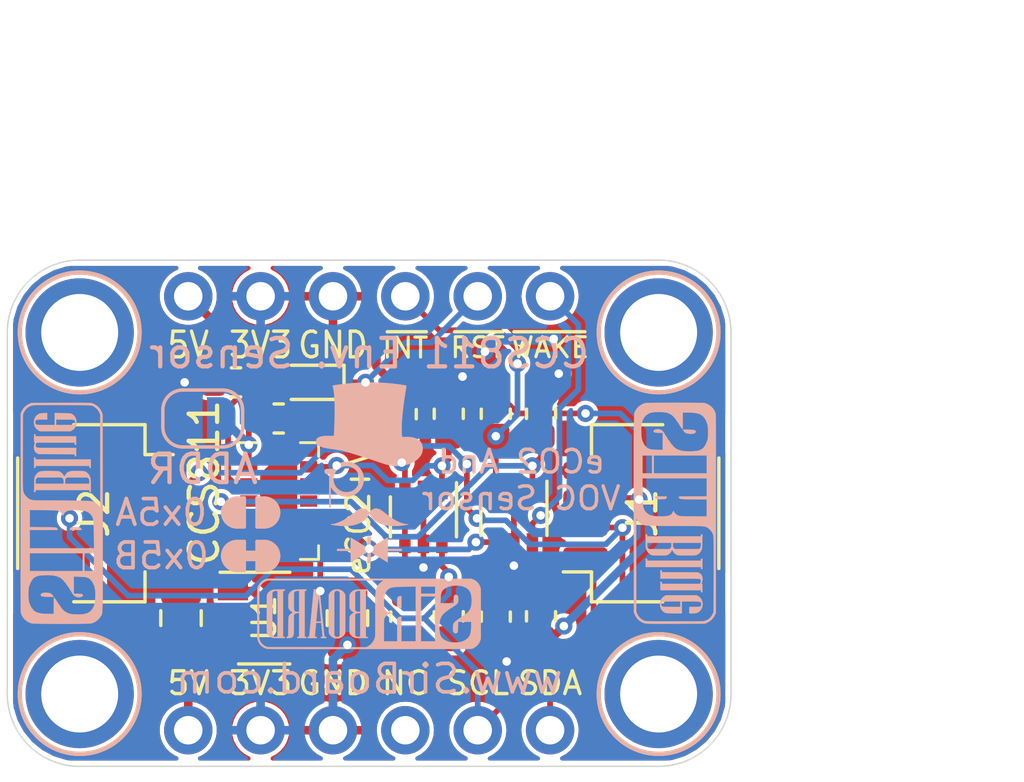
<source format=kicad_pcb>
(kicad_pcb (version 20171130) (host pcbnew "(5.1.2)-2")
  (title_block (title "CCS811 Breakout with 5V Level Shift") (date 2020-01-21) (rev 2) (company SirBoard) (comment 1 "TVOC Range = 0ppb - 64000ppb ") (comment 2 "eCO2 Range = 400ppm - 64000ppm ") (comment 3 "Digital eCO2 and VOC Sensor") (comment 4 "CCS811 - SirBlue"))
  (layers (0 F.Cu signal) (31 B.Cu signal) (34 B.Paste user hide) (35 F.Paste user hide) (36 B.SilkS user) (37 F.SilkS user) (38 B.Mask user hide) (39 F.Mask user hide) (44 Edge.Cuts user))
  (net 0 "")
  (net 1 GND)
  (net 2 5V)
  (net 3 3V3)
  (net 4 "Net-(U1-Pad4)")
  (net 5 SCL_5V)
  (net 6 SDA_3V3)
  (net 7 SDA_5V)
  (net 8 SCL_3V3)
  (net 9 NC)
  (net 10 "#RESET_5V")
  (net 11 "#RESET_3V3")
  (net 12 "#WAKE_3V3")
  (net 13 "#INT_3V3")
  (net 14 "Net-(JP1-Pad1)")
  (net 15 "#INT_5V")
  (net 16 "#WAKE_5V")
  (net 17 "Net-(U2-Pad8)")
  (net 18 "Net-(U2-Pad4)")
  (module Package_LGA:AMS_LGA-10-1EP_2.7x4mm_P0.6mm (layer F.Cu) (at 62.103 35.537)
    (fp_text reference U2 hide)
    (fp_text value CCS811)
    (pad 8 smd rect (at 1.05 0) (size 0.6 0.4) (layers F.Cu F.Paste F.Mask) (net 17 "Net-(U2-Pad8)"))
    (pad 4 smd rect (at -1.05 0.6) (size 0.6 0.4) (layers F.Cu F.Paste F.Mask) (net 18 "Net-(U2-Pad4)"))
    (pad 3 smd rect (at -1.05 0) (size 0.6 0.4) (layers F.Cu F.Paste F.Mask) (net 13 "#INT_3V3"))
    (pad 2 smd rect (at -1.05 -0.6) (size 0.6 0.4) (layers F.Cu F.Paste F.Mask) (net 11 "#RESET_3V3"))
    (pad 1 smd rect (at -1.05 -1.2) (size 0.6 0.4) (layers F.Cu F.Paste F.Mask) (net 14 "Net-(JP1-Pad1)"))
    (pad 5 smd rect (at -1.05 1.2) (size 0.6 0.4) (layers F.Cu F.Paste F.Mask) (net 18 "Net-(U2-Pad4)"))
    (pad 9 smd rect (at 1.05 -0.6) (size 0.6 0.4) (layers F.Cu F.Paste F.Mask) (net 6 SDA_3V3))
    (pad 10 smd rect (at 1.05 -1.2) (size 0.6 0.4) (layers F.Cu F.Paste F.Mask) (net 8 SCL_3V3))
    (pad 7 smd rect (at 1.05 0.6) (size 0.6 0.4) (layers F.Cu F.Paste F.Mask) (net 12 "#WAKE_3V3"))
    (pad 6 smd rect (at 1.05 1.2) (size 0.6 0.4) (layers F.Cu F.Paste F.Mask) (net 3 3V3))
    (pad 11 smd rect (at 0 0.15) (size 1.3 2.2) (layers F.Cu F.Paste F.Mask) (net 1 GND))
    (pad 11 smd rect (at 0.15 -1.1) (size 1 0.3) (layers F.Cu F.Paste F.Mask) (net 1 GND))
    (pad 11 smd trapezoid (at 0 -1.1) (size 1 0.3) (rect_delta 0 0.3) (layers F.Cu F.Paste F.Mask) (net 1 GND))
  )
  (module Resistor_SMD:R_0603_1608Metric (layer F.Cu) (at 62.103 32.639)
    (fp_text reference R10 hide)
    (fp_text value 10K)
    (pad 2 smd roundrect (at 0.7875 0) (size 0.875 0.95) (layers F.Cu F.Paste F.Mask) (net 1 GND))
    (pad 1 smd roundrect (at -0.7875 0) (size 0.875 0.95) (layers F.Cu F.Paste F.Mask) (net 14 "Net-(JP1-Pad1)"))
  )
  (module Resistor_SMD:R_0603_1608Metric (layer F.Cu) (at 60.6045 31.369)
    (fp_text reference R9 hide)
    (fp_text value 10K)
    (pad 2 smd roundrect (at 0.7875 0) (size 0.875 0.95) (layers F.Cu F.Paste F.Mask) (net 11 "#RESET_3V3"))
    (pad 1 smd roundrect (at -0.7875 0) (size 0.875 0.95) (layers F.Cu F.Paste F.Mask) (net 3 3V3))
  )
  (module Jumper:SolderJumper-2_P1.3mm_Open_RoundedPad1.0x1.5mm (layer B.Cu) (at 59.436 32.639 180)
    (fp_text reference ADDR (at 0 -1.778) (layer B.SilkS) (effects (justify mirror)))
    (fp_text value SolderJumper_2_Open)
    (pad 2 smd custom (at 0.65 0 180) (size 1 0.5) (layers B.Cu B.Mask) (net 3 3V3) (options (clearance outline) (anchor rect)) (primitives (gr_circle (center 0 -0.25) (end 0.5 -0.25) (width 0)) (gr_circle (center 0 0.25) (end 0.5 0.25) (width 0)) (gr_poly (pts (xy 0 0.75) (xy -0.5 0.75) (xy -0.5 -0.75) (xy 0 -0.75)) (width 0))))
    (pad 1 smd custom (at -0.65 0 180) (size 1 0.5) (layers B.Cu B.Mask) (net 14 "Net-(JP1-Pad1)") (options (clearance outline) (anchor rect)) (primitives (gr_circle (center 0 -0.25) (end 0.5 -0.25) (width 0)) (gr_circle (center 0 0.25) (end 0.5 0.25) (width 0)) (gr_poly (pts (xy 0 0.75) (xy 0.5 0.75) (xy 0.5 -0.75) (xy 0 -0.75)) (width 0))))
  )
  (module Diode_SMD:D_SOD-523 (layer F.Cu) (at 63.246 31.369 180)
    (fp_text reference D1 hide)
    (fp_text value D)
    (pad 1 smd rect (at -0.7 0) (size 0.6 0.7) (layers F.Cu F.Paste F.Mask) (net 10 "#RESET_5V"))
    (pad 2 smd rect (at 0.7 0) (size 0.6 0.7) (layers F.Cu F.Paste F.Mask) (net 11 "#RESET_3V3"))
  )
  (module logo:SirBoard79x25 (layer B.Cu) (at 65.278 39.497 180)
    (fp_text reference G*** hide)
    (fp_text value LOGO hide)
  )
  (module logo:logo63x89 (layer B.Cu) (at 65.278 34.544 180)
    (fp_text reference G*** hide)
    (fp_text value LOGO hide)
  )
  (module logo:SirBlue78x29 (layer B.Cu) (at 76.0095 35.9664 270)
    (fp_text reference G*** hide)
    (fp_text value LOGO hide)
  )
  (module logo:SirBlue78x29 (layer B.Cu) (at 54.483 35.9664 90)
    (fp_text reference G*** hide)
    (fp_text value LOGO hide)
  )
  (module Connector_PinHeader_2.54mm:PinHeader_1x06_P2.54mm_Vertical (layer B.Cu) (at 58.928 28.3464 270)
    (fp_text reference J4 hide)
    (fp_text value Conn_01x06)
    (pad 6 thru_hole oval (at 0 -12.7 270) (size 1.7 1.7) (drill 1) (layers *.Cu *.Mask) (net 15 "#INT_5V"))
    (pad 5 thru_hole oval (at 0 -10.16 270) (size 1.7 1.7) (drill 1) (layers *.Cu *.Mask) (net 10 "#RESET_5V"))
    (pad 4 thru_hole oval (at 0 -7.62 270) (size 1.7 1.7) (drill 1) (layers *.Cu *.Mask) (net 16 "#WAKE_5V"))
    (pad 3 thru_hole oval (at 0 -5.08 270) (size 1.7 1.7) (drill 1) (layers *.Cu *.Mask) (net 1 GND))
    (pad 2 thru_hole oval (at 0 -2.54 270) (size 1.7 1.7) (drill 1) (layers *.Cu *.Mask) (net 3 3V3))
    (pad 1 thru_hole circle (at 0 0 270) (size 1.7 1.7) (drill 1) (layers *.Cu *.Mask) (net 2 5V))
  )
  (module Connector_PinHeader_2.54mm:PinHeader_1x06_P2.54mm_Vertical (layer B.Cu) (at 58.928 43.5864 270)
    (fp_text reference J3 hide)
    (fp_text value Conn_01x06)
    (pad 6 thru_hole oval (at 0 -12.7 270) (size 1.7 1.7) (drill 1) (layers *.Cu *.Mask) (net 7 SDA_5V))
    (pad 5 thru_hole oval (at 0 -10.16 270) (size 1.7 1.7) (drill 1) (layers *.Cu *.Mask) (net 5 SCL_5V))
    (pad 4 thru_hole oval (at 0 -7.62 270) (size 1.7 1.7) (drill 1) (layers *.Cu *.Mask) (net 9 NC))
    (pad 3 thru_hole oval (at 0 -5.08 270) (size 1.7 1.7) (drill 1) (layers *.Cu *.Mask) (net 1 GND))
    (pad 2 thru_hole oval (at 0 -2.54 270) (size 1.7 1.7) (drill 1) (layers *.Cu *.Mask) (net 3 3V3))
    (pad 1 thru_hole circle (at 0 0 270) (size 1.7 1.7) (drill 1) (layers *.Cu *.Mask) (net 2 5V))
  )
  (module Package_TO_SOT_SMD:SOT-23-5 (layer F.Cu) (at 61.595 39.6494)
    (fp_text reference U1 (at 0 0 90) (layer F.SilkS) (effects (font (size 0.8 0.8) (thickness 0.12))))
    (fp_text value AP2127K-3.3)
    (pad 5 smd rect (at 1.1 -0.95) (size 1.06 0.65) (layers F.Cu F.Paste F.Mask) (net 3 3V3))
    (pad 4 smd rect (at 1.1 0.95) (size 1.06 0.65) (layers F.Cu F.Paste F.Mask) (net 4 "Net-(U1-Pad4)"))
    (pad 3 smd rect (at -1.1 0.95) (size 1.06 0.65) (layers F.Cu F.Paste F.Mask) (net 2 5V))
    (pad 2 smd rect (at -1.1 0) (size 1.06 0.65) (layers F.Cu F.Paste F.Mask) (net 1 GND))
    (pad 1 smd rect (at -1.1 -0.95) (size 1.06 0.65) (layers F.Cu F.Paste F.Mask) (net 2 5V))
  )
  (module Connector_JST:JST_SH_SM04B-SRSS-TB_1x04-1MP_P1.00mm_Horizontal (layer F.Cu) (at 55.626 35.9664 270)
    (fp_text reference J2 (at 0 0 270) (layer F.SilkS))
    (fp_text value Conn_01x04)
    (pad MP smd roundrect (at 2.8 1.875 270) (size 1.2 1.8) (layers F.Cu F.Paste F.Mask) (roundrect_rratio 0.208333))
    (pad MP smd roundrect (at -2.8 1.875 270) (size 1.2 1.8) (layers F.Cu F.Paste F.Mask) (roundrect_rratio 0.208333))
    (pad 4 smd roundrect (at 1.5 -2 270) (size 0.6 1.55) (layers F.Cu F.Paste F.Mask) (net 1 GND))
    (pad 3 smd roundrect (at 0.5 -2 270) (size 0.6 1.55) (layers F.Cu F.Paste F.Mask) (net 2 5V))
    (pad 2 smd roundrect (at -0.5 -2 270) (size 0.6 1.55) (layers F.Cu F.Paste F.Mask) (net 7 SDA_5V))
    (pad 1 smd roundrect (at -1.5 -2 270) (size 0.6 1.55) (layers F.Cu F.Paste F.Mask) (net 5 SCL_5V))
  )
  (module Connector_JST:JST_SH_SM04B-SRSS-TB_1x04-1MP_P1.00mm_Horizontal (layer F.Cu) (at 74.8665 35.9664 90)
    (fp_text reference J1 (at 0 0 90) (layer F.SilkS))
    (fp_text value Conn_01x04)
    (pad MP smd roundrect (at 2.8 1.875 90) (size 1.2 1.8) (layers F.Cu F.Paste F.Mask) (roundrect_rratio 0.208333))
    (pad MP smd roundrect (at -2.8 1.875 90) (size 1.2 1.8) (layers F.Cu F.Paste F.Mask) (roundrect_rratio 0.208333))
    (pad 4 smd roundrect (at 1.5 -2 90) (size 0.6 1.55) (layers F.Cu F.Paste F.Mask) (net 1 GND))
    (pad 3 smd roundrect (at 0.5 -2 90) (size 0.6 1.55) (layers F.Cu F.Paste F.Mask) (net 2 5V))
    (pad 2 smd roundrect (at -0.5 -2 90) (size 0.6 1.55) (layers F.Cu F.Paste F.Mask) (net 7 SDA_5V))
    (pad 1 smd roundrect (at -1.5 -2 90) (size 0.6 1.55) (layers F.Cu F.Paste F.Mask) (net 5 SCL_5V))
  )
  (module Capacitor_SMD:C_0805_2012Metric (layer F.Cu) (at 64.516 39.6494 270)
    (fp_text reference C4 hide)
    (fp_text value 10uF)
    (pad 2 smd roundrect (at 0.9375 0 270) (size 0.975 1.4) (layers F.Cu F.Paste F.Mask) (net 1 GND))
    (pad 1 smd roundrect (at -0.9375 0 270) (size 0.975 1.4) (layers F.Cu F.Paste F.Mask) (net 3 3V3))
  )
  (module Capacitor_SMD:C_0805_2012Metric (layer F.Cu) (at 58.674 39.6494 90)
    (fp_text reference C1 hide)
    (fp_text value 10uF)
    (pad 2 smd roundrect (at 0.9375 0 90) (size 0.975 1.4) (layers F.Cu F.Paste F.Mask) (net 1 GND))
    (pad 1 smd roundrect (at -0.9375 0 90) (size 0.975 1.4) (layers F.Cu F.Paste F.Mask) (net 2 5V))
  )
  (module SirBoardLibrary:MountingHole_M2.5_SirBoard (layer F.Cu) (at 55.118 42.3164 270)
    (fp_text reference H1 hide)
    (fp_text value MountingHole)
    (pad 1 thru_hole circle (at 0 0 270) (size 3.8 3.8) (drill 2.7) (layers *.Cu *.Mask))
  )
  (module SirBoardLibrary:MountingHole_M2.5_SirBoard (layer F.Cu) (at 55.118 29.6164 270)
    (fp_text reference H2 hide)
    (fp_text value MountingHole)
    (pad 1 thru_hole circle (at 0 0 270) (size 3.8 3.8) (drill 2.7) (layers *.Cu *.Mask))
  )
  (module SirBoardLibrary:MountingHole_M2.5_SirBoard (layer F.Cu) (at 75.438 42.3164 90)
    (fp_text reference H3 hide)
    (fp_text value MountingHole)
    (pad 1 thru_hole circle (at 0 0 90) (size 3.8 3.8) (drill 2.7) (layers *.Cu *.Mask))
  )
  (module SirBoardLibrary:MountingHole_M2.5_SirBoard (layer F.Cu) (at 75.438 29.6164 90)
    (fp_text reference H4 hide)
    (fp_text value MountingHole)
    (pad 1 thru_hole circle (at 0 0 90) (size 3.8 3.8) (drill 2.7) (layers *.Cu *.Mask))
  )
  (module Resistor_SMD:R_0603_1608Metric (layer F.Cu) (at 66.421 32.4866 270)
    (fp_text reference R8 hide)
    (fp_text value 10K)
    (pad 2 smd roundrect (at 0.7875 0 270) (size 0.875 0.95) (layers F.Cu F.Paste F.Mask) (net 7 SDA_5V))
    (pad 1 smd roundrect (at -0.7875 0 270) (size 0.875 0.95) (layers F.Cu F.Paste F.Mask) (net 2 5V))
  )
  (module Resistor_SMD:R_0603_1608Metric (layer F.Cu) (at 66.548 39.5986 270)
    (fp_text reference R7 hide)
    (fp_text value 10K)
    (pad 2 smd roundrect (at 0.7875 0 270) (size 0.875 0.95) (layers F.Cu F.Paste F.Mask) (net 3 3V3))
    (pad 1 smd roundrect (at -0.7875 0 270) (size 0.875 0.95) (layers F.Cu F.Paste F.Mask) (net 6 SDA_3V3))
  )
  (module Resistor_SMD:R_0603_1608Metric (layer F.Cu) (at 68.072 39.5859 90)
    (fp_text reference R6 hide)
    (fp_text value 10K)
    (pad 2 smd roundrect (at 0.7875 0 90) (size 0.875 0.95) (layers F.Cu F.Paste F.Mask) (net 5 SCL_5V))
    (pad 1 smd roundrect (at -0.7875 0 90) (size 0.875 0.95) (layers F.Cu F.Paste F.Mask) (net 2 5V))
  )
  (module Resistor_SMD:R_0603_1608Metric (layer F.Cu) (at 68.072 32.4739 90)
    (fp_text reference R5 hide)
    (fp_text value 10K)
    (pad 2 smd roundrect (at 0.7875 0 90) (size 0.875 0.95) (layers F.Cu F.Paste F.Mask) (net 3 3V3))
    (pad 1 smd roundrect (at -0.7875 0 90) (size 0.875 0.95) (layers F.Cu F.Paste F.Mask) (net 8 SCL_3V3))
  )
  (module Resistor_SMD:R_0603_1608Metric (layer F.Cu) (at 69.723 32.4739 270)
    (fp_text reference R4 hide)
    (fp_text value 10K)
    (pad 2 smd roundrect (at 0.7875 0 270) (size 0.875 0.95) (layers F.Cu F.Paste F.Mask) (net 16 "#WAKE_5V"))
    (pad 1 smd roundrect (at -0.7875 0 270) (size 0.875 0.95) (layers F.Cu F.Paste F.Mask) (net 2 5V))
  )
  (module Resistor_SMD:R_0603_1608Metric (layer F.Cu) (at 69.723 39.5986 270)
    (fp_text reference R3 hide)
    (fp_text value 10K)
    (pad 2 smd roundrect (at 0.7875 0 270) (size 0.875 0.95) (layers F.Cu F.Paste F.Mask) (net 3 3V3))
    (pad 1 smd roundrect (at -0.7875 0 270) (size 0.875 0.95) (layers F.Cu F.Paste F.Mask) (net 12 "#WAKE_3V3"))
  )
  (module Resistor_SMD:R_0603_1608Metric (layer F.Cu) (at 71.3105 39.5859 90)
    (fp_text reference R2 hide)
    (fp_text value 10K)
    (pad 2 smd roundrect (at 0.7875 0 90) (size 0.875 0.95) (layers F.Cu F.Paste F.Mask) (net 15 "#INT_5V"))
    (pad 1 smd roundrect (at -0.7875 0 90) (size 0.875 0.95) (layers F.Cu F.Paste F.Mask) (net 2 5V))
  )
  (module Resistor_SMD:R_0603_1608Metric (layer F.Cu) (at 71.3105 32.4739 90)
    (fp_text reference R1 hide)
    (fp_text value 10K)
    (pad 2 smd roundrect (at 0.7875 0 90) (size 0.875 0.95) (layers F.Cu F.Paste F.Mask) (net 3 3V3))
    (pad 1 smd roundrect (at -0.7875 0 90) (size 0.875 0.95) (layers F.Cu F.Paste F.Mask) (net 13 "#INT_3V3"))
  )
  (module Package_TO_SOT_SMD:SOT-363_SC-70-6 (layer F.Cu) (at 67.183 36.0934 270)
    (fp_text reference Q2 hide)
    (fp_text value BSS138DW)
    (pad 6 smd rect (at 0.95 -0.65 270) (size 0.65 0.4) (layers F.Cu F.Paste F.Mask) (net 5 SCL_5V))
    (pad 4 smd rect (at 0.95 0.65 270) (size 0.65 0.4) (layers F.Cu F.Paste F.Mask) (net 6 SDA_3V3))
    (pad 2 smd rect (at -0.95 0 270) (size 0.65 0.4) (layers F.Cu F.Paste F.Mask) (net 3 3V3))
    (pad 5 smd rect (at 0.95 0 270) (size 0.65 0.4) (layers F.Cu F.Paste F.Mask) (net 3 3V3))
    (pad 3 smd rect (at -0.95 0.65 270) (size 0.65 0.4) (layers F.Cu F.Paste F.Mask) (net 7 SDA_5V))
    (pad 1 smd rect (at -0.95 -0.65 270) (size 0.65 0.4) (layers F.Cu F.Paste F.Mask) (net 8 SCL_3V3))
  )
  (module Package_TO_SOT_SMD:SOT-363_SC-70-6 (layer F.Cu) (at 70.358 36.0426 270)
    (fp_text reference Q1 hide)
    (fp_text value BSS138DW)
    (pad 6 smd rect (at 0.95 -0.65 270) (size 0.65 0.4) (layers F.Cu F.Paste F.Mask) (net 15 "#INT_5V"))
    (pad 4 smd rect (at 0.95 0.65 270) (size 0.65 0.4) (layers F.Cu F.Paste F.Mask) (net 12 "#WAKE_3V3"))
    (pad 2 smd rect (at -0.95 0 270) (size 0.65 0.4) (layers F.Cu F.Paste F.Mask) (net 3 3V3))
    (pad 5 smd rect (at 0.95 0 270) (size 0.65 0.4) (layers F.Cu F.Paste F.Mask) (net 3 3V3))
    (pad 3 smd rect (at -0.95 0.65 270) (size 0.65 0.4) (layers F.Cu F.Paste F.Mask) (net 16 "#WAKE_5V"))
    (pad 1 smd rect (at -0.95 -0.65 270) (size 0.65 0.4) (layers F.Cu F.Paste F.Mask) (net 13 "#INT_3V3"))
  )
  (gr_text eCO2+VOC (at 64.897 35.1282 90) (layer F.SilkS) (effects (font (size 0.8 0.75) (thickness 0.12))))
  (gr_text CCS811 (at 59.4868 34.8996 90) (layer F.SilkS) (effects (font (size 1 1))))
  (gr_line (start 61.595 37.211) (end 61.6585 37.211) (layer B.SilkS) (width 0.12))
  (gr_line (start 61.9125 37.465) (end 61.6585 37.719) (layer B.SilkS) (width 0.12))
  (gr_line (start 61.6585 37.211) (end 61.849 37.465) (layer B.SilkS) (width 0.12))
  (gr_line (start 62.103 37.465) (end 61.7855 37.846) (layer B.SilkS) (width 0.12))
  (gr_line (start 61.722 37.592) (end 61.722 37.338) (layer B.SilkS) (width 0.12))
  (gr_line (start 61.722 37.338) (end 61.6585 37.2745) (layer B.SilkS) (width 0.12))
  (gr_line (start 61.849 37.465) (end 61.722 37.592) (layer B.SilkS) (width 0.12))
  (gr_line (start 61.6585 37.2745) (end 61.6585 37.6555) (layer B.SilkS) (width 0.12))
  (gr_line (start 60.579 37.6555) (end 60.579 37.2745) (layer B.SilkS) (width 0.12))
  (gr_line (start 60.3885 37.465) (end 60.5155 37.338) (layer B.SilkS) (width 0.12))
  (gr_line (start 60.5155 37.592) (end 60.579 37.6555) (layer B.SilkS) (width 0.12))
  (gr_line (start 60.5155 37.338) (end 60.5155 37.592) (layer B.SilkS) (width 0.12))
  (gr_line (start 60.1345 37.465) (end 60.452 37.084) (layer B.SilkS) (width 0.12))
  (gr_line (start 60.579 37.719) (end 60.3885 37.465) (layer B.SilkS) (width 0.12))
  (gr_line (start 60.325 37.465) (end 60.579 37.211) (layer B.SilkS) (width 0.12))
  (gr_line (start 60.6425 37.719) (end 60.579 37.719) (layer B.SilkS) (width 0.12))
  (gr_line (start 60.6425 37.211) (end 60.6425 37.719) (layer B.SilkS) (width 0.12))
  (gr_line (start 60.579 37.211) (end 60.6425 37.211) (layer B.SilkS) (width 0.12))
  (gr_line (start 60.5155 37.7825) (end 60.325 37.465) (layer B.SilkS) (width 0.12))
  (gr_line (start 60.706 37.7825) (end 60.5155 37.7825) (layer B.SilkS) (width 0.12))
  (gr_line (start 60.706 37.1475) (end 60.706 37.7825) (layer B.SilkS) (width 0.12))
  (gr_text 0x5A (at 57.9755 35.941) (layer B.SilkS) (effects (font (size 0.9 0.9) (thickness 0.13)) (justify mirror)))
  (gr_text 0x5B (at 57.9755 37.465) (layer B.SilkS) (effects (font (size 0.9 0.9) (thickness 0.13)) (justify mirror)))
  (gr_line (start 60.833 35.4965) (end 60.833 36.3855) (layer B.SilkS) (width 0.12))
  (gr_line (start 60.833 36.3855) (end 60.452 36.3855) (layer B.SilkS) (width 0.12))
  (gr_line (start 60.452 36.3855) (end 60.1345 35.941) (layer B.SilkS) (width 0.12))
  (gr_line (start 60.1345 35.941) (end 60.452 35.56) (layer B.SilkS) (width 0.12))
  (gr_line (start 60.452 35.56) (end 60.7695 35.4965) (layer B.SilkS) (width 0.12))
  (gr_line (start 60.7695 35.4965) (end 60.7695 36.322) (layer B.SilkS) (width 0.12))
  (gr_line (start 60.7695 36.322) (end 60.5155 36.322) (layer B.SilkS) (width 0.12))
  (gr_line (start 60.5155 36.322) (end 60.198 35.941) (layer B.SilkS) (width 0.12))
  (gr_line (start 60.198 35.941) (end 60.5155 35.6235) (layer B.SilkS) (width 0.12))
  (gr_line (start 60.5155 35.6235) (end 60.706 35.6235) (layer B.SilkS) (width 0.12))
  (gr_line (start 60.706 35.6235) (end 60.706 36.2585) (layer B.SilkS) (width 0.12))
  (gr_line (start 60.706 36.2585) (end 60.5155 36.2585) (layer B.SilkS) (width 0.12))
  (gr_line (start 60.5155 36.2585) (end 60.325 35.941) (layer B.SilkS) (width 0.12))
  (gr_line (start 60.325 35.941) (end 60.579 35.687) (layer B.SilkS) (width 0.12))
  (gr_line (start 61.595 36.195) (end 61.595 35.687) (layer B.SilkS) (width 0.12))
  (gr_line (start 61.6585 36.195) (end 61.595 36.195) (layer B.SilkS) (width 0.12))
  (gr_line (start 61.722 35.6235) (end 61.9125 35.941) (layer B.SilkS) (width 0.12))
  (gr_line (start 61.5315 35.6235) (end 61.722 35.6235) (layer B.SilkS) (width 0.12))
  (gr_line (start 61.5315 36.2585) (end 61.5315 35.6235) (layer B.SilkS) (width 0.12))
  (gr_line (start 61.722 36.2585) (end 61.5315 36.2585) (layer B.SilkS) (width 0.12))
  (gr_line (start 62.0395 35.941) (end 61.722 36.2585) (layer B.SilkS) (width 0.12))
  (gr_line (start 61.722 35.56) (end 62.0395 35.941) (layer B.SilkS) (width 0.12))
  (gr_line (start 61.468 35.56) (end 61.722 35.56) (layer B.SilkS) (width 0.12))
  (gr_line (start 61.468 36.3855) (end 61.468 35.56) (layer B.SilkS) (width 0.12))
  (gr_line (start 61.7855 36.322) (end 61.468 36.3855) (layer B.SilkS) (width 0.12))
  (gr_line (start 61.7855 35.4965) (end 62.103 35.941) (layer B.SilkS) (width 0.12))
  (gr_line (start 61.4045 36.3855) (end 61.4045 35.4965) (layer B.SilkS) (width 0.12))
  (gr_line (start 61.4045 35.4965) (end 61.7855 35.4965) (layer B.SilkS) (width 0.12))
  (gr_line (start 61.341 35.433) (end 61.595 35.433) (layer B.SilkS) (width 0.12))
  (gr_line (start 61.341 36.449) (end 61.341 35.433) (layer B.SilkS) (width 0.12))
  (gr_line (start 61.595 36.449) (end 61.341 36.449) (layer B.SilkS) (width 0.12))
  (gr_arc (start 61.595 35.941) (end 61.595 36.449) (angle -180) (layer B.SilkS) (width 0.12))
  (gr_line (start 60.5155 37.1475) (end 60.706 37.1475) (layer B.SilkS) (width 0.12))
  (gr_line (start 60.198 37.465) (end 60.5155 37.1475) (layer B.SilkS) (width 0.12))
  (gr_line (start 60.5155 37.846) (end 60.198 37.465) (layer B.SilkS) (width 0.12))
  (gr_line (start 60.7695 37.846) (end 60.5155 37.846) (layer B.SilkS) (width 0.12))
  (gr_line (start 60.7695 37.0205) (end 60.7695 37.846) (layer B.SilkS) (width 0.12))
  (gr_line (start 60.452 37.084) (end 60.7695 37.0205) (layer B.SilkS) (width 0.12))
  (gr_line (start 60.452 37.9095) (end 60.1345 37.465) (layer B.SilkS) (width 0.12))
  (gr_line (start 60.833 37.0205) (end 60.833 37.9095) (layer B.SilkS) (width 0.12))
  (gr_line (start 60.833 37.9095) (end 60.452 37.9095) (layer B.SilkS) (width 0.12))
  (gr_line (start 60.8965 37.973) (end 60.6425 37.973) (layer B.SilkS) (width 0.12))
  (gr_line (start 60.8965 36.957) (end 60.8965 37.973) (layer B.SilkS) (width 0.12))
  (gr_line (start 60.6425 36.957) (end 60.8965 36.957) (layer B.SilkS) (width 0.12))
  (gr_arc (start 60.6425 37.465) (end 60.6425 36.957) (angle -180) (layer B.SilkS) (width 0.12))
  (gr_line (start 60.833 37.338) (end 61.4045 37.338) (layer B.SilkS) (width 0.12))
  (gr_line (start 61.341 37.338) (end 61.341 37.592) (layer B.SilkS) (width 0.12))
  (gr_line (start 61.4045 37.592) (end 60.833 37.592) (layer B.SilkS) (width 0.12))
  (gr_line (start 60.833 37.592) (end 60.8965 37.4015) (layer B.SilkS) (width 0.12))
  (gr_line (start 60.96 37.4015) (end 61.341 37.4015) (layer B.SilkS) (width 0.12))
  (gr_line (start 61.2775 37.4015) (end 61.2775 37.465) (layer B.SilkS) (width 0.12))
  (gr_line (start 61.341 37.465) (end 60.8965 37.465) (layer B.SilkS) (width 0.12))
  (gr_line (start 60.8965 37.465) (end 60.96 37.5285) (layer B.SilkS) (width 0.12))
  (gr_line (start 60.96 37.5285) (end 61.4045 37.5285) (layer B.SilkS) (width 0.12))
  (gr_line (start 62.0395 36.0045) (end 61.9125 36.2585) (layer B.SilkS) (width 0.12))
  (gr_line (start 62.0395 37.5285) (end 61.9125 37.846) (layer B.SilkS) (width 0.12))
  (gr_line (start 61.7855 37.7825) (end 61.5315 37.846) (layer B.SilkS) (width 0.12))
  (gr_line (start 60.579 35.687) (end 60.6425 35.687) (layer B.SilkS) (width 0.12))
  (gr_line (start 60.6425 35.687) (end 60.6425 36.195) (layer B.SilkS) (width 0.12))
  (gr_line (start 60.6425 36.195) (end 60.579 36.195) (layer B.SilkS) (width 0.12))
  (gr_line (start 60.579 36.195) (end 60.3885 35.941) (layer B.SilkS) (width 0.12))
  (gr_line (start 60.3885 35.941) (end 60.5155 35.814) (layer B.SilkS) (width 0.12))
  (gr_line (start 60.5155 35.814) (end 60.5155 36.068) (layer B.SilkS) (width 0.12))
  (gr_line (start 60.5155 36.068) (end 60.579 36.1315) (layer B.SilkS) (width 0.12))
  (gr_line (start 60.579 36.1315) (end 60.579 35.7505) (layer B.SilkS) (width 0.12))
  (gr_line (start 61.6585 35.7505) (end 61.6585 36.1315) (layer B.SilkS) (width 0.12))
  (gr_line (start 61.849 35.941) (end 61.722 36.068) (layer B.SilkS) (width 0.12))
  (gr_line (start 61.722 35.814) (end 61.6585 35.7505) (layer B.SilkS) (width 0.12))
  (gr_line (start 61.722 36.068) (end 61.722 35.814) (layer B.SilkS) (width 0.12))
  (gr_line (start 62.103 35.941) (end 61.7855 36.322) (layer B.SilkS) (width 0.12))
  (gr_line (start 61.6585 35.687) (end 61.849 35.941) (layer B.SilkS) (width 0.12))
  (gr_line (start 61.9125 35.941) (end 61.6585 36.195) (layer B.SilkS) (width 0.12))
  (gr_line (start 61.595 35.687) (end 61.6585 35.687) (layer B.SilkS) (width 0.12))
  (gr_line (start 61.4045 37.9095) (end 61.4045 37.0205) (layer B.SilkS) (width 0.12))
  (gr_line (start 61.722 37.084) (end 62.0395 37.465) (layer B.SilkS) (width 0.12))
  (gr_line (start 61.7855 37.0205) (end 62.103 37.465) (layer B.SilkS) (width 0.12))
  (gr_line (start 61.7855 37.846) (end 61.468 37.9095) (layer B.SilkS) (width 0.12))
  (gr_line (start 61.722 37.7825) (end 61.5315 37.7825) (layer B.SilkS) (width 0.12))
  (gr_line (start 61.468 37.084) (end 61.722 37.084) (layer B.SilkS) (width 0.12))
  (gr_line (start 62.0395 37.465) (end 61.722 37.7825) (layer B.SilkS) (width 0.12))
  (gr_line (start 61.5315 37.1475) (end 61.722 37.1475) (layer B.SilkS) (width 0.12))
  (gr_line (start 61.5315 37.7825) (end 61.5315 37.1475) (layer B.SilkS) (width 0.12))
  (gr_line (start 61.468 37.9095) (end 61.468 37.084) (layer B.SilkS) (width 0.12))
  (gr_arc (start 61.595 37.465) (end 61.595 37.973) (angle -180) (layer B.SilkS) (width 0.12))
  (gr_line (start 61.595 37.973) (end 61.341 37.973) (layer B.SilkS) (width 0.12))
  (gr_line (start 61.341 37.973) (end 61.341 36.957) (layer B.SilkS) (width 0.12))
  (gr_line (start 61.341 36.957) (end 61.595 36.957) (layer B.SilkS) (width 0.12))
  (gr_line (start 61.4045 37.0205) (end 61.7855 37.0205) (layer B.SilkS) (width 0.12))
  (gr_line (start 61.722 37.1475) (end 61.9125 37.465) (layer B.SilkS) (width 0.12))
  (gr_line (start 61.6585 37.719) (end 61.595 37.719) (layer B.SilkS) (width 0.12))
  (gr_line (start 61.595 37.719) (end 61.595 37.211) (layer B.SilkS) (width 0.12))
  (gr_arc (start 60.6425 35.941) (end 60.6425 35.433) (angle -180) (layer B.SilkS) (width 0.12))
  (gr_line (start 60.6425 35.433) (end 60.8965 35.433) (layer B.SilkS) (width 0.12))
  (gr_line (start 60.8965 35.433) (end 60.8965 36.449) (layer B.SilkS) (width 0.12))
  (gr_line (start 60.8965 36.449) (end 60.6425 36.449) (layer B.SilkS) (width 0.12))
  (gr_line (start 70.358 29.591) (end 72.8472 29.591) (layer F.SilkS) (width 0.12))
  (gr_line (start 68.2752 29.591) (end 69.977 29.591) (layer F.SilkS) (width 0.12))
  (gr_line (start 65.913 29.591) (end 67.2846 29.591) (layer F.SilkS) (width 0.12))
  (gr_text "eCO2 And\nVOC Sensor" (at 70.612 34.798) (layer B.SilkS) (effects (font (size 0.8 0.8) (thickness 0.12)) (justify mirror)))
  (gr_text WAKE (at 71.628 30.1498) (layer F.SilkS) (effects (font (size 0.7 0.7) (thickness 0.11))))
  (gr_text RST (at 69.088 30.1498) (layer F.SilkS) (effects (font (size 0.7 0.7) (thickness 0.11))))
  (gr_text 5V (at 58.928 30.0609) (layer F.SilkS) (effects (font (size 0.9 0.8) (thickness 0.12))))
  (gr_text 3V3 (at 61.468 30.0609) (layer F.SilkS) (effects (font (size 0.9 0.8) (thickness 0.12))))
  (gr_text GND (at 64.008 30.0609) (layer F.SilkS) (effects (font (size 0.9 0.8) (thickness 0.12))))
  (gr_text INT (at 66.548 30.1625) (layer F.SilkS) (effects (font (size 0.7 0.7) (thickness 0.11))))
  (gr_text 5V (at 58.928 41.9354) (layer F.SilkS) (effects (font (size 0.8 0.8) (thickness 0.12))))
  (gr_text 3V3 (at 61.468 41.9354) (layer F.SilkS) (effects (font (size 0.8 0.8) (thickness 0.12))))
  (gr_text GND (at 64.008 41.9354) (layer F.SilkS) (effects (font (size 0.8 0.8) (thickness 0.12))))
  (gr_text NC (at 66.548 41.9354) (layer F.SilkS) (effects (font (size 0.8 0.8) (thickness 0.12))))
  (gr_text SCL (at 69.088 41.9354) (layer F.SilkS) (effects (font (size 0.8 0.8) (thickness 0.12))))
  (gr_text SDA (at 71.628 41.9354) (layer F.SilkS) (effects (font (size 0.8 0.8) (thickness 0.12))))
  (gr_arc (start 55.118 29.6164) (end 55.118 27.0764) (angle -90) (layer Edge.Cuts) (width 0.05))
  (gr_arc (start 75.438 29.6164) (end 77.978 29.6164) (angle -90) (layer Edge.Cuts) (width 0.05))
  (gr_arc (start 75.438 42.3164) (end 75.438 44.8564) (angle -90) (layer Edge.Cuts) (width 0.05))
  (gr_arc (start 55.118 42.3164) (end 52.578 42.3164) (angle -90) (layer Edge.Cuts) (width 0.05))
  (gr_line (start 52.578 42.3164) (end 52.578 29.6164) (layer Edge.Cuts) (width 0.05))
  (gr_line (start 55.118 27.0764) (end 75.438 27.0764) (layer Edge.Cuts) (width 0.05))
  (gr_line (start 77.978 29.6164) (end 77.978 42.3164) (layer Edge.Cuts) (width 0.05))
  (gr_line (start 75.438 44.8564) (end 55.118 44.8564) (layer Edge.Cuts) (width 0.05))
  (gr_text "CCS811 Env. Sensor" (at 65.278 30.353) (layer B.SilkS) (effects (font (size 1 1)) (justify mirror)))
  (gr_text www.SirBoard.com (at 65.278 41.783) (layer B.SilkS) (effects (font (size 1 1) (thickness 0.13)) (justify mirror)))
  (via (at 64.516 40.5892) (size 0.6) (drill 0.3) (layers F.Cu B.Cu) (net 1))
  (segment (start 64.008 41.0972) (end 64.516 40.5892) (width 0.3) (layer B.Cu) (net 1))
  (segment (start 64.008 43.5864) (end 64.008 41.0972) (width 0.3) (layer B.Cu) (net 1))
  (segment (start 62.103 35.687) (end 62.103 33.655) (width 0.4) (layer F.Cu) (net 1))
  (via (at 69.342 30.2895) (size 0.6) (drill 0.3) (layers F.Cu B.Cu) (net 1))
  (via (at 71.755 29.845) (size 0.6) (drill 0.3) (layers F.Cu B.Cu) (net 1))
  (segment (start 69.7865 29.845) (end 69.342 30.2895) (width 0.4) (layer B.Cu) (net 1))
  (segment (start 71.755 29.845) (end 69.7865 29.845) (width 0.4) (layer B.Cu) (net 1))
  (segment (start 58.674 40.5869) (end 58.674 41.7449) (width 0.3) (layer F.Cu) (net 2))
  (segment (start 58.928 41.9989) (end 58.928 43.5864) (width 0.3) (layer F.Cu) (net 2))
  (segment (start 58.674 41.7449) (end 58.928 41.9989) (width 0.3) (layer F.Cu) (net 2))
  (segment (start 58.6865 40.5994) (end 58.674 40.5869) (width 0.3) (layer F.Cu) (net 2))
  (segment (start 60.495 40.5994) (end 58.6865 40.5994) (width 0.3) (layer F.Cu) (net 2))
  (segment (start 61.2165 40.5994) (end 60.495 40.5994) (width 0.3) (layer F.Cu) (net 2))
  (segment (start 61.468 40.3479) (end 61.2165 40.5994) (width 0.3) (layer F.Cu) (net 2))
  (segment (start 61.468 38.9509) (end 61.468 40.3479) (width 0.3) (layer F.Cu) (net 2))
  (segment (start 60.495 38.6994) (end 61.2165 38.6994) (width 0.3) (layer F.Cu) (net 2))
  (segment (start 61.2165 38.6994) (end 61.468 38.9509) (width 0.3) (layer F.Cu) (net 2))
  (segment (start 70.848888 39.911788) (end 71.3105 40.3734) (width 0.2) (layer F.Cu) (net 2))
  (segment (start 70.523 39.5859) (end 70.848888 39.911788) (width 0.2) (layer F.Cu) (net 2))
  (segment (start 68.072 40.3734) (end 68.8595 39.5859) (width 0.2) (layer F.Cu) (net 2))
  (segment (start 68.8595 39.5859) (end 70.523 39.5859) (width 0.2) (layer F.Cu) (net 2))
  (segment (start 69.261388 32.148012) (end 69.723 31.6864) (width 0.2) (layer F.Cu) (net 2))
  (segment (start 68.9355 32.4739) (end 69.261388 32.148012) (width 0.2) (layer F.Cu) (net 2))
  (segment (start 66.421 31.6991) (end 67.1958 32.4739) (width 0.2) (layer F.Cu) (net 2))
  (segment (start 67.1958 32.4739) (end 68.9355 32.4739) (width 0.2) (layer F.Cu) (net 2))
  (segment (start 68.072 40.3734) (end 66.637 41.8084) (width 0.3) (layer F.Cu) (net 2))
  (segment (start 66.637 41.8084) (end 60.96 41.8084) (width 0.3) (layer F.Cu) (net 2))
  (segment (start 60.495 41.3434) (end 60.495 40.5994) (width 0.3) (layer F.Cu) (net 2))
  (segment (start 60.96 41.8084) (end 60.495 41.3434) (width 0.3) (layer F.Cu) (net 2))
  (via (at 72.1106 39.9288) (size 0.6) (drill 0.3) (layers F.Cu B.Cu) (net 2))
  (segment (start 71.3105 40.3734) (end 71.666 40.3734) (width 0.3) (layer F.Cu) (net 2))
  (segment (start 71.666 40.3734) (end 72.1106 39.9288) (width 0.3) (layer F.Cu) (net 2))
  (segment (start 72.1106 39.9288) (end 75.1078 36.9316) (width 0.3) (layer B.Cu) (net 2))
  (via (at 74.7522 35.4838) (size 0.6) (drill 0.3) (layers F.Cu B.Cu) (net 2))
  (segment (start 75.1078 36.9316) (end 75.1078 35.8394) (width 0.3) (layer B.Cu) (net 2))
  (segment (start 75.1078 35.8394) (end 74.7522 35.4838) (width 0.3) (layer B.Cu) (net 2))
  (segment (start 72.8839 35.4838) (end 72.8665 35.4664) (width 0.3) (layer F.Cu) (net 2))
  (segment (start 74.7522 35.4838) (end 72.8839 35.4838) (width 0.3) (layer F.Cu) (net 2))
  (segment (start 70.4978 32.4612) (end 72.8726 32.4612) (width 0.2) (layer F.Cu) (net 2))
  (segment (start 69.723 31.6864) (end 70.4978 32.4612) (width 0.2) (layer F.Cu) (net 2))
  (via (at 72.8726 32.4612) (size 0.6) (drill 0.3) (layers F.Cu B.Cu) (net 2))
  (segment (start 74.7522 33.1216) (end 74.7522 35.4838) (width 0.2) (layer B.Cu) (net 2))
  (segment (start 72.8726 32.4612) (end 74.0918 32.4612) (width 0.2) (layer B.Cu) (net 2))
  (segment (start 74.0918 32.4612) (end 74.7522 33.1216) (width 0.2) (layer B.Cu) (net 2))
  (segment (start 57.5541 40.5869) (end 58.674 40.5869) (width 0.3) (layer F.Cu) (net 2))
  (segment (start 55.7784 38.8112) (end 57.5541 40.5869) (width 0.3) (layer F.Cu) (net 2))
  (segment (start 55.7784 37.0586) (end 55.7784 38.8112) (width 0.3) (layer F.Cu) (net 2))
  (segment (start 57.626 36.4664) (end 56.3706 36.4664) (width 0.3) (layer F.Cu) (net 2))
  (segment (start 56.3706 36.4664) (end 55.7784 37.0586) (width 0.3) (layer F.Cu) (net 2))
  (segment (start 60.5536 29.972) (end 65.532 29.972) (width 0.3) (layer F.Cu) (net 2))
  (segment (start 58.928 28.3464) (end 60.5536 29.972) (width 0.3) (layer F.Cu) (net 2))
  (segment (start 65.532 29.972) (end 65.532 30.8101) (width 0.3) (layer F.Cu) (net 2))
  (segment (start 65.532 30.8101) (end 66.421 31.6991) (width 0.3) (layer F.Cu) (net 2))
  (segment (start 64.5035 38.6994) (end 64.516 38.7119) (width 0.3) (layer F.Cu) (net 3))
  (segment (start 62.695 38.6994) (end 63.561 38.6994) (width 0.3) (layer F.Cu) (net 3))
  (segment (start 63.561 38.6994) (end 64.5035 38.6994) (width 0.3) (layer F.Cu) (net 3))
  (via (at 63.561 38.6994) (size 0.6) (drill 0.3) (layers F.Cu B.Cu) (net 3))
  (segment (start 66.1902 40.3861) (end 66.548 40.3861) (width 0.2) (layer F.Cu) (net 3))
  (segment (start 64.516 38.7119) (end 66.1902 40.3861) (width 0.2) (layer F.Cu) (net 3))
  (segment (start 67.183 37.0434) (end 67.183 35.1434) (width 0.2) (layer F.Cu) (net 3))
  (segment (start 70.358 35.0926) (end 70.358 36.9926) (width 0.2) (layer F.Cu) (net 3))
  (via (at 67.183 37.8714) (size 0.6) (drill 0.3) (layers F.Cu B.Cu) (net 3))
  (segment (start 67.183 37.0434) (end 67.183 37.8714) (width 0.2) (layer F.Cu) (net 3))
  (via (at 70.358 37.8079) (size 0.6) (drill 0.3) (layers F.Cu B.Cu) (net 3))
  (segment (start 70.358 36.9926) (end 70.358 37.8079) (width 0.2) (layer F.Cu) (net 3))
  (via (at 70.104 41.1734) (size 0.6) (drill 0.3) (layers F.Cu B.Cu) (net 3))
  (segment (start 69.723 40.3861) (end 69.723 40.7924) (width 0.2) (layer F.Cu) (net 3))
  (segment (start 69.723 40.7924) (end 70.104 41.1734) (width 0.2) (layer F.Cu) (net 3))
  (via (at 71.9328 31.0642) (size 0.6) (drill 0.3) (layers F.Cu B.Cu) (net 3))
  (segment (start 71.3105 31.6864) (end 71.3106 31.6864) (width 0.3) (layer F.Cu) (net 3))
  (segment (start 71.3106 31.6864) (end 71.9328 31.0642) (width 0.3) (layer F.Cu) (net 3))
  (via (at 68.5546 31.1658) (size 0.6) (drill 0.3) (layers F.Cu B.Cu) (net 3))
  (segment (start 68.072 31.6864) (end 68.072 31.6484) (width 0.3) (layer F.Cu) (net 3))
  (segment (start 68.072 31.6484) (end 68.5546 31.1658) (width 0.3) (layer F.Cu) (net 3))
  (via (at 68.5546 31.1658) (size 0.6) (drill 0.3) (layers F.Cu B.Cu) (net 3))
  (segment (start 63.561 37.145) (end 63.153 36.737) (width 0.2) (layer F.Cu) (net 3))
  (segment (start 63.561 38.6994) (end 63.561 37.145) (width 0.2) (layer F.Cu) (net 3))
  (via (at 58.801 31.369) (size 0.6) (drill 0.3) (layers F.Cu B.Cu) (net 3))
  (segment (start 59.817 31.369) (end 58.801 31.369) (width 0.2) (layer F.Cu) (net 3))
  (segment (start 67.833 37.0434) (end 67.833 37.8229) (width 0.2) (layer F.Cu) (net 5))
  (segment (start 68.072 38.0619) (end 68.072 38.7984) (width 0.2) (layer F.Cu) (net 5))
  (segment (start 67.833 37.8229) (end 68.072 38.0619) (width 0.2) (layer F.Cu) (net 5))
  (via (at 68.072 38.2016) (size 0.6) (drill 0.3) (layers F.Cu B.Cu) (net 5))
  (segment (start 68.072 38.0619) (end 68.071994 38.061906) (width 0.2) (layer F.Cu) (net 5))
  (segment (start 70.9676 41.7068) (end 69.088 43.5864) (width 0.2) (layer F.Cu) (net 5))
  (segment (start 71.628 41.7068) (end 70.9676 41.7068) (width 0.2) (layer F.Cu) (net 5))
  (segment (start 73.152 40.1828) (end 71.628 41.7068) (width 0.2) (layer F.Cu) (net 5))
  (segment (start 72.8665 37.4664) (end 73.152 37.7519) (width 0.2) (layer F.Cu) (net 5))
  (segment (start 73.152 37.7519) (end 73.152 40.1828) (width 0.2) (layer F.Cu) (net 5))
  (via (at 54.7624 36.1442) (size 0.6) (drill 0.3) (layers F.Cu B.Cu) (net 5))
  (segment (start 54.7624 35.3822) (end 54.7624 36.1442) (width 0.2) (layer F.Cu) (net 5))
  (segment (start 57.626 34.4664) (end 55.6782 34.4664) (width 0.2) (layer F.Cu) (net 5))
  (segment (start 55.6782 34.4664) (end 54.7624 35.3822) (width 0.2) (layer F.Cu) (net 5))
  (segment (start 68.072 38.7984) (end 68.072 38.2016) (width 0.2) (layer B.Cu) (net 5))
  (segment (start 66.361641 39.657959) (end 67.212441 39.657959) (width 0.2) (layer B.Cu) (net 5))
  (segment (start 67.212441 39.657959) (end 68.072 38.7984) (width 0.2) (layer B.Cu) (net 5))
  (segment (start 67.216959 39.657959) (end 66.361641 39.657959) (width 0.2) (layer B.Cu) (net 5))
  (segment (start 69.088 43.5864) (end 69.088 41.529) (width 0.2) (layer B.Cu) (net 5))
  (segment (start 69.088 41.529) (end 67.216959 39.657959) (width 0.2) (layer B.Cu) (net 5))
  (segment (start 64.638581 37.9349) (end 66.361641 39.657959) (width 0.2) (layer B.Cu) (net 5))
  (segment (start 61.8871 37.9349) (end 64.638581 37.9349) (width 0.2) (layer B.Cu) (net 5))
  (segment (start 60.96 38.862) (end 61.8871 37.9349) (width 0.2) (layer B.Cu) (net 5))
  (segment (start 56.8198 38.862) (end 60.96 38.862) (width 0.2) (layer B.Cu) (net 5))
  (segment (start 54.7624 36.1442) (end 54.7624 36.8046) (width 0.2) (layer B.Cu) (net 5))
  (segment (start 54.7624 36.8046) (end 56.8198 38.862) (width 0.2) (layer B.Cu) (net 5))
  (segment (start 66.533 38.7961) (end 66.548 38.8111) (width 0.2) (layer F.Cu) (net 6))
  (segment (start 66.533 37.0434) (end 66.533 38.7961) (width 0.2) (layer F.Cu) (net 6))
  (segment (start 66.533 36.2689) (end 66.4845 36.2204) (width 0.2) (layer F.Cu) (net 6))
  (segment (start 66.533 37.0434) (end 66.533 36.2689) (width 0.2) (layer F.Cu) (net 6))
  (segment (start 65.2011 34.937) (end 66.4845 36.2204) (width 0.2) (layer F.Cu) (net 6))
  (segment (start 63.153 34.937) (end 65.2011 34.937) (width 0.2) (layer F.Cu) (net 6))
  (segment (start 66.421 33.2741) (end 66.421 34.1884) (width 0.2) (layer F.Cu) (net 7))
  (segment (start 66.533 34.3004) (end 66.533 35.1434) (width 0.2) (layer F.Cu) (net 7))
  (segment (start 66.421 34.1884) (end 66.533 34.3004) (width 0.2) (layer F.Cu) (net 7))
  (segment (start 66.421 34.1884) (end 66.421 34.1884) (width 0.2) (layer F.Cu) (net 7))
  (via (at 66.421 34.1884) (size 0.6) (drill 0.3) (layers F.Cu B.Cu) (net 7))
  (segment (start 66.421 34.1884) (end 67.0052 33.6042) (width 0.2) (layer B.Cu) (net 7))
  (via (at 68.707 34.2392) (size 0.6) (drill 0.3) (layers F.Cu B.Cu) (net 7))
  (segment (start 67.0052 33.6042) (end 68.072 33.6042) (width 0.2) (layer B.Cu) (net 7))
  (segment (start 68.072 33.6042) (end 68.707 34.2392) (width 0.2) (layer B.Cu) (net 7))
  (via (at 69.0626 36.1442) (size 0.6) (drill 0.3) (layers F.Cu B.Cu) (net 7))
  (via (at 74.168 36.4744) (size 0.6) (drill 0.3) (layers F.Cu B.Cu) (net 7))
  (segment (start 74.16 36.4664) (end 72.8665 36.4664) (width 0.2) (layer F.Cu) (net 7))
  (segment (start 74.168 36.4744) (end 74.16 36.4664) (width 0.2) (layer F.Cu) (net 7))
  (segment (start 73.5838 37.0586) (end 74.168 36.4744) (width 0.2) (layer B.Cu) (net 7))
  (segment (start 70.9168 37.0586) (end 73.5838 37.0586) (width 0.2) (layer B.Cu) (net 7))
  (segment (start 70.073799 36.215599) (end 70.9168 37.0586) (width 0.2) (layer B.Cu) (net 7))
  (segment (start 69.0626 36.1442) (end 69.133999 36.215599) (width 0.2) (layer B.Cu) (net 7))
  (segment (start 69.133999 36.215599) (end 70.073799 36.215599) (width 0.2) (layer B.Cu) (net 7))
  (segment (start 68.707 35.7886) (end 69.0626 36.1442) (width 0.2) (layer F.Cu) (net 7))
  (segment (start 68.707 34.2392) (end 68.707 35.7886) (width 0.2) (layer F.Cu) (net 7))
  (segment (start 74.168 39.637844) (end 74.168 36.4744) (width 0.2) (layer F.Cu) (net 7))
  (segment (start 71.628 43.5864) (end 71.628 42.177844) (width 0.2) (layer F.Cu) (net 7))
  (segment (start 71.628 42.177844) (end 74.168 39.637844) (width 0.2) (layer F.Cu) (net 7))
  (segment (start 57.99671 35.09569) (end 58.75731 35.09569) (width 0.2) (layer F.Cu) (net 7))
  (segment (start 58.75731 35.09569) (end 59.009001 34.843999) (width 0.2) (layer F.Cu) (net 7))
  (segment (start 59.009001 34.843999) (end 59.309 34.544) (width 0.2) (layer F.Cu) (net 7))
  (segment (start 57.626 35.4664) (end 57.99671 35.09569) (width 0.2) (layer F.Cu) (net 7))
  (via (at 59.309 34.544) (size 0.6) (drill 0.3) (layers F.Cu B.Cu) (net 7))
  (segment (start 62.865 34.544) (end 59.309 34.544) (width 0.2) (layer B.Cu) (net 7))
  (segment (start 63.672999 33.736001) (end 62.865 34.544) (width 0.2) (layer B.Cu) (net 7))
  (segment (start 66.421 34.1884) (end 65.968601 33.736001) (width 0.2) (layer B.Cu) (net 7))
  (segment (start 65.968601 33.736001) (end 63.672999 33.736001) (width 0.2) (layer B.Cu) (net 7))
  (segment (start 68.072 33.2614) (end 68.072 34.0614) (width 0.2) (layer F.Cu) (net 8))
  (segment (start 67.833 34.3004) (end 67.833 35.1434) (width 0.2) (layer F.Cu) (net 8))
  (segment (start 68.072 34.0614) (end 67.833 34.3004) (width 0.2) (layer F.Cu) (net 8))
  (via (at 67.833 34.3004) (size 0.6) (drill 0.3) (layers F.Cu B.Cu) (net 8))
  (segment (start 67.325 34.3004) (end 67.833 34.3004) (width 0.2) (layer B.Cu) (net 8))
  (via (at 64.135 34.29) (size 0.6) (drill 0.3) (layers F.Cu B.Cu) (net 8))
  (segment (start 63.153 34.337) (end 64.088 34.337) (width 0.2) (layer F.Cu) (net 8))
  (segment (start 64.088 34.337) (end 64.135 34.29) (width 0.2) (layer F.Cu) (net 8))
  (segment (start 66.8147 34.8107) (end 67.325 34.3004) (width 0.2) (layer B.Cu) (net 8))
  (segment (start 65.9257 34.8107) (end 66.8147 34.8107) (width 0.2) (layer B.Cu) (net 8))
  (segment (start 64.135 34.29) (end 65.405 34.29) (width 0.2) (layer B.Cu) (net 8))
  (segment (start 65.405 34.29) (end 65.9257 34.8107) (width 0.2) (layer B.Cu) (net 8))
  (segment (start 69.088 28.3464) (end 67.4624 29.972) (width 0.2) (layer B.Cu) (net 10))
  (via (at 65.151 31.369) (size 0.6) (drill 0.3) (layers F.Cu B.Cu) (net 10))
  (segment (start 67.4624 29.972) (end 66.548 29.972) (width 0.2) (layer B.Cu) (net 10))
  (segment (start 66.548 29.972) (end 65.151 31.369) (width 0.2) (layer B.Cu) (net 10))
  (segment (start 65.151 31.369) (end 63.946 31.369) (width 0.2) (layer F.Cu) (net 10))
  (segment (start 62.546 31.369) (end 62.103 31.369) (width 0.2) (layer F.Cu) (net 11))
  (segment (start 62.103 31.369) (end 61.392 31.369) (width 0.2) (layer F.Cu) (net 11))
  (segment (start 60.553 34.937) (end 61.053 34.937) (width 0.2) (layer F.Cu) (net 11))
  (segment (start 60.325 34.709) (end 60.553 34.937) (width 0.2) (layer F.Cu) (net 11))
  (segment (start 60.325 32.258) (end 60.325 34.709) (width 0.2) (layer F.Cu) (net 11))
  (segment (start 61.392 31.369) (end 61.214 31.369) (width 0.2) (layer F.Cu) (net 11))
  (segment (start 61.214 31.369) (end 60.325 32.258) (width 0.2) (layer F.Cu) (net 11))
  (segment (start 69.708 38.7961) (end 69.723 38.8111) (width 0.2) (layer F.Cu) (net 12))
  (segment (start 69.708 36.9926) (end 69.708 38.7961) (width 0.2) (layer F.Cu) (net 12))
  (via (at 69.0245 36.9824) (size 0.6) (drill 0.3) (layers F.Cu B.Cu) (net 12))
  (segment (start 69.6978 36.9824) (end 69.708 36.9926) (width 0.2) (layer F.Cu) (net 12))
  (segment (start 69.0245 36.9824) (end 69.6978 36.9824) (width 0.2) (layer F.Cu) (net 12))
  (segment (start 68.7705 37.2364) (end 69.0245 36.9824) (width 0.2) (layer B.Cu) (net 12))
  (segment (start 65.659 37.2364) (end 68.7705 37.2364) (width 0.2) (layer B.Cu) (net 12))
  (via (at 65.278 37.211) (size 0.6) (drill 0.3) (layers F.Cu B.Cu) (net 12))
  (segment (start 65.659 37.2364) (end 65.3034 37.2364) (width 0.2) (layer B.Cu) (net 12))
  (segment (start 65.3034 37.2364) (end 65.278 37.211) (width 0.2) (layer B.Cu) (net 12))
  (segment (start 64.204 36.137) (end 63.153 36.137) (width 0.2) (layer F.Cu) (net 12))
  (segment (start 65.278 37.211) (end 64.204 36.137) (width 0.2) (layer F.Cu) (net 12))
  (segment (start 71.3105 33.2614) (end 71.3105 33.9979) (width 0.2) (layer F.Cu) (net 13))
  (segment (start 71.008 34.3004) (end 71.008 35.0926) (width 0.2) (layer F.Cu) (net 13))
  (segment (start 71.3105 33.9979) (end 71.008 34.3004) (width 0.2) (layer F.Cu) (net 13))
  (via (at 71.008 34.3004) (size 0.6) (drill 0.3) (layers F.Cu B.Cu) (net 13))
  (segment (start 69.484 34.3004) (end 71.008 34.3004) (width 0.2) (layer B.Cu) (net 13))
  (segment (start 66.9925 36.7919) (end 69.484 34.3004) (width 0.2) (layer B.Cu) (net 13))
  (segment (start 65.8495 36.7919) (end 66.9925 36.7919) (width 0.2) (layer B.Cu) (net 13))
  (segment (start 65.8495 36.7919) (end 65.8495 36.7665) (width 0.2) (layer B.Cu) (net 13))
  (via (at 60.071 35.56) (size 0.6) (drill 0.3) (layers F.Cu B.Cu) (net 13))
  (segment (start 65.8495 36.7665) (end 64.643 35.56) (width 0.2) (layer B.Cu) (net 13))
  (segment (start 64.643 35.56) (end 60.071 35.56) (width 0.2) (layer B.Cu) (net 13))
  (segment (start 61.03 35.56) (end 61.053 35.537) (width 0.2) (layer F.Cu) (net 13))
  (segment (start 60.071 35.56) (end 61.03 35.56) (width 0.2) (layer F.Cu) (net 13))
  (segment (start 61.053 32.9015) (end 61.3155 32.639) (width 0.2) (layer F.Cu) (net 14))
  (via (at 61.053 33.562) (size 0.6) (drill 0.3) (layers F.Cu B.Cu) (net 14))
  (segment (start 60.13 32.639) (end 61.053 33.562) (width 0.3) (layer B.Cu) (net 14))
  (segment (start 60.086 32.639) (end 60.13 32.639) (width 0.3) (layer B.Cu) (net 14))
  (segment (start 61.053 34.337) (end 61.053 33.562) (width 0.2) (layer F.Cu) (net 14))
  (segment (start 61.053 33.562) (end 61.053 32.9015) (width 0.2) (layer F.Cu) (net 14))
  (segment (start 71.008 36.3324) (end 71.2978 36.0426) (width 0.2) (layer F.Cu) (net 15))
  (segment (start 71.008 36.9926) (end 71.008 36.3324) (width 0.2) (layer F.Cu) (net 15))
  (via (at 71.2978 36.0426) (size 0.6) (drill 0.3) (layers F.Cu B.Cu) (net 15))
  (segment (start 71.008 36.9926) (end 71.008 37.8864) (width 0.2) (layer F.Cu) (net 15))
  (segment (start 71.3105 38.1889) (end 71.3105 38.7984) (width 0.2) (layer F.Cu) (net 15))
  (segment (start 71.008 37.8864) (end 71.3105 38.1889) (width 0.2) (layer F.Cu) (net 15))
  (segment (start 72.6186 29.337) (end 71.628 28.3464) (width 0.2) (layer B.Cu) (net 15))
  (segment (start 72.6186 31.623) (end 72.6186 29.337) (width 0.2) (layer B.Cu) (net 15))
  (segment (start 71.9582 32.2834) (end 72.6186 31.623) (width 0.2) (layer B.Cu) (net 15))
  (segment (start 71.2978 36.0426) (end 71.9582 35.3822) (width 0.2) (layer B.Cu) (net 15))
  (segment (start 71.9582 35.3822) (end 71.9582 32.2834) (width 0.2) (layer B.Cu) (net 15))
  (via (at 70.485 30.7086) (size 0.6) (drill 0.3) (layers F.Cu B.Cu) (net 16))
  (segment (start 67.7418 29.5402) (end 69.8246 29.5402) (width 0.2) (layer F.Cu) (net 16))
  (segment (start 66.548 28.3464) (end 67.7418 29.5402) (width 0.2) (layer F.Cu) (net 16))
  (segment (start 69.8246 29.5402) (end 70.485 30.2006) (width 0.2) (layer F.Cu) (net 16))
  (segment (start 70.485 30.2006) (end 70.485 30.7086) (width 0.2) (layer F.Cu) (net 16))
  (segment (start 70.485 32.4994) (end 69.723 33.2614) (width 0.2) (layer B.Cu) (net 16))
  (segment (start 70.485 30.7086) (end 70.485 32.4994) (width 0.2) (layer B.Cu) (net 16))
  (segment (start 69.723 33.2614) (end 69.723 35.0776) (width 0.2) (layer F.Cu) (net 16))
  (segment (start 69.723 35.0776) (end 69.708 35.0926) (width 0.2) (layer F.Cu) (net 16))
  (via (at 69.723 33.2614) (size 0.6) (drill 0.3) (layers F.Cu B.Cu) (net 16))
  (segment (start 61.053 36.137) (end 61.053 36.737) (width 0.2) (layer F.Cu) (net 18))
  (zone (net 3) (net_name 3V3) (layer B.Cu) (connect_pads (clearance 0.15)) (min_thickness 0.15) (fill yes (arc_segments 32) (thermal_gap 0.2) (thermal_bridge_width 0.3))
    (polygon (pts (xy 52.7812 27.2796) (xy 77.7748 27.2796) (xy 77.7748 44.6532) (xy 52.7812 44.6532)))
  )
  (zone (net 1) (net_name GND) (layer F.Cu) (connect_pads (clearance 0.15)) (min_thickness 0.15) (fill yes (arc_segments 32) (thermal_gap 0.2) (thermal_bridge_width 0.3))
    (polygon (pts (xy 52.7812 27.2796) (xy 77.7748 27.2796) (xy 77.7748 44.6532) (xy 52.7812 44.6532)))
  )
)
</source>
